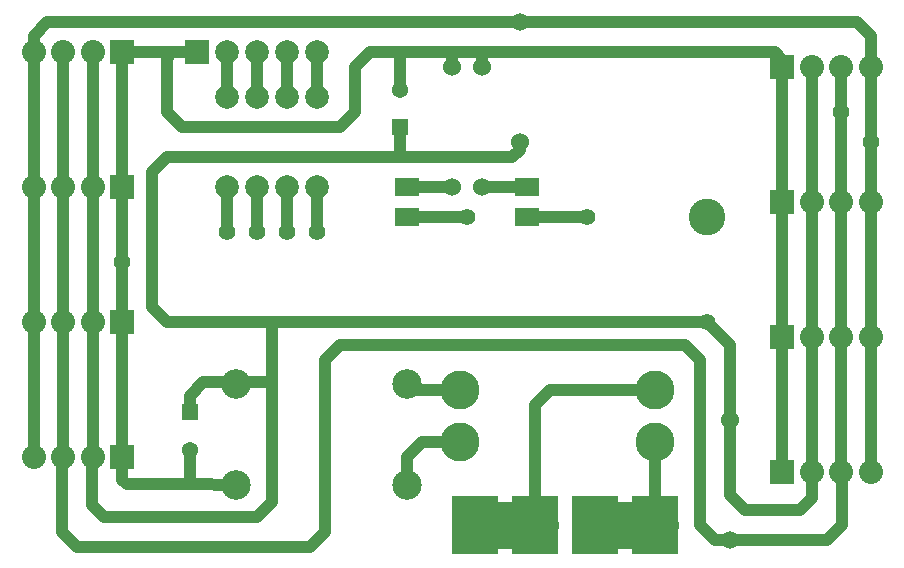
<source format=gbr>
G04 EasyPC Gerber Version 20.0.2 Build 4112 *
G04 #@! TF.Part,Single*
G04 #@! TF.FileFunction,Copper,L2,Bot *
%FSLAX35Y35*%
%MOIN*%
G04 #@! TA.AperFunction,SMDPad*
%ADD113R,0.15748X0.19685*%
G04 #@! TA.AperFunction,ComponentPad*
%ADD102R,0.05400X0.05400*%
%ADD108R,0.07874X0.07874*%
%ADD105R,0.08000X0.08000*%
G04 #@! TD.AperFunction*
%ADD112C,0.03937*%
G04 #@! TA.AperFunction,ComponentPad*
%ADD103C,0.05400*%
G04 #@! TA.AperFunction,ViaPad*
%ADD111C,0.05591*%
G04 #@! TD.AperFunction*
%ADD22C,0.06000*%
G04 #@! TA.AperFunction,ComponentPad*
%ADD107C,0.07874*%
%ADD106C,0.08000*%
%ADD101C,0.09843*%
G04 #@! TA.AperFunction,WasherPad*
%ADD100C,0.12205*%
G04 #@! TA.AperFunction,ComponentPad*
%ADD110C,0.12992*%
G04 #@! TD.AperFunction*
%ADD115C,0.15748*%
G04 #@! TA.AperFunction,SMDPad*
%ADD114R,0.08000X0.06000*%
X0Y0D02*
D02*
D22*
X150256Y127750D03*
Y167750D03*
X160256Y127750D03*
Y167750D03*
X172756Y142750D03*
Y182750D03*
X242756Y10250D03*
Y50250D03*
D02*
D100*
X235256Y117750D03*
D02*
D101*
X78169Y28695D03*
Y62159D03*
X135256Y28695D03*
Y62159D03*
D02*
D102*
X62756Y52750D03*
X132756Y147750D03*
D02*
D103*
X62756Y40250D03*
X132756Y160250D03*
D02*
D105*
X40256Y37750D03*
Y82750D03*
Y127750D03*
Y172750D03*
X260256Y32750D03*
Y77750D03*
Y122750D03*
Y167750D03*
D02*
D106*
X10728Y37750D03*
Y82750D03*
Y127750D03*
Y172750D03*
X20571Y37750D03*
Y82750D03*
Y127750D03*
Y172750D03*
X30413Y37750D03*
Y82750D03*
Y127750D03*
Y172750D03*
X270098Y32750D03*
Y77750D03*
Y122750D03*
Y167750D03*
X279941Y32750D03*
Y77750D03*
Y122750D03*
Y167750D03*
X289783Y32750D03*
Y77750D03*
Y122750D03*
Y167750D03*
D02*
D107*
X75222Y127750D03*
Y157750D03*
X75256Y172750D03*
X85222Y127750D03*
Y157750D03*
X85256Y172750D03*
X95222Y127750D03*
Y157750D03*
X95256Y172750D03*
X105222Y127750D03*
Y157750D03*
X105256Y172750D03*
D02*
D108*
X65256D03*
D02*
D110*
X152717Y60250D03*
X152756Y42750D03*
X217756Y60250D03*
X217795Y42750D03*
D02*
D111*
X40256Y102750D03*
X75256Y112750D03*
X85256D03*
X95256D03*
X105256D03*
X155256Y117750D03*
X195256D03*
X235256Y82750D03*
X280006Y153000D03*
X289756Y142750D03*
D02*
D112*
X10728Y82750D02*
Y37750D01*
Y127750D02*
Y82750D01*
Y172750D02*
Y178222D01*
X15256Y182750*
X285256*
X289783Y178222*
Y167750*
X10728Y172750D02*
Y127750D01*
X20571Y37750D02*
X20256D01*
Y12750*
X25256Y7750*
X102756*
X107756Y12750*
Y70250*
X112756Y75250*
X227756*
X232756Y70250*
Y15250*
X237756Y10250*
X242756*
X20571Y82750D02*
Y37750D01*
Y127750D02*
Y82750D01*
Y172750D02*
Y127750D01*
X30413Y37750D02*
X30256D01*
Y21866*
X34372Y17750*
X85256*
X90256Y22750*
Y57750*
X30413Y82750D02*
Y37750D01*
Y127750D02*
Y82750D01*
Y172750D02*
Y127750D01*
X40256Y37750D02*
Y30250D01*
X41756Y28750*
X62756*
X40256Y82750D02*
Y37750D01*
Y102750D02*
Y82750D01*
Y127750D02*
Y102750D01*
Y172750D02*
X55256D01*
X40256D02*
Y127750D01*
X55256Y172750D02*
X57024D01*
X55256Y170982*
Y152750*
X60256Y147750*
X112756*
X117756Y152750*
Y167750*
X122756Y172750*
X132756*
X55256D02*
X65256D01*
X62756Y28750D02*
X78169Y28695D01*
X62756Y28750D02*
Y40250D01*
X75222Y127750D02*
X75256Y112750D01*
Y172750D02*
X75222Y157750D01*
X78169Y62159D02*
Y62750D01*
X67165*
X62756Y58341*
Y52750*
X85222Y127750D02*
X85256Y112750D01*
Y62750D02*
X90256D01*
X85256D02*
X78169D01*
Y62159*
X85256Y172750D02*
X85222Y157750D01*
X90256Y57750D02*
Y62750D01*
Y82750*
X70256*
X95222Y127750D02*
X95256Y112750D01*
Y82750D02*
X90256D01*
X95256D02*
X235256D01*
X95256Y172750D02*
X95222Y157750D01*
X105222Y127750D02*
X105256Y112750D01*
Y172750D02*
X105222Y157750D01*
X132756Y137750D02*
X55256D01*
X50256Y132750*
Y87750*
X55256Y82750*
X78169*
X132756Y147750D02*
Y137750D01*
Y160250D02*
Y172750D01*
X150256*
X135256Y28695D02*
Y37750D01*
X140256Y42750*
X152756*
X135256Y62159D02*
Y60250D01*
X152717*
X135256Y117750D02*
X155256D01*
X135256Y127750D02*
X150256D01*
Y167750D02*
Y172750D01*
X162756*
X160256Y127750D02*
X175256D01*
X160256Y167750D02*
Y172750D01*
X162756*
X257756*
X260256Y170250*
Y167750*
X172756Y142750D02*
Y140250D01*
X170256Y137750*
X132756*
X175256Y117750D02*
X195256D01*
X217756Y60250D02*
X182756D01*
X177756Y55250*
Y15250*
X217795Y42750D02*
X217756Y15250D01*
X235256Y82750D02*
X242756Y75250D01*
Y50250*
Y10250D02*
X275256D01*
X280256Y15250*
Y32750*
X279941*
X260256Y77750D02*
Y32750D01*
Y122750D02*
Y77750D01*
Y167750D02*
Y122750D01*
X270098Y32750D02*
X270256D01*
Y24366*
X266140Y20250*
X247756*
X242756Y25250*
Y50250*
X270098Y77750D02*
Y32750D01*
Y122750D02*
Y77750D01*
Y167750D02*
Y122750D01*
X279941Y77750D02*
Y32750D01*
Y122750D02*
Y77750D01*
Y167750D02*
X280006Y153000D01*
X279941Y122750*
X289756Y142750D02*
X289783Y122750D01*
Y77750D02*
Y32750D01*
Y122750D02*
Y77750D01*
Y167750D02*
X289756Y142750D01*
D02*
D113*
X157756Y15250D03*
X177756D03*
X197756D03*
X217756D03*
D02*
D114*
X135256Y117750D03*
Y127750D03*
X175256Y117750D03*
Y127750D03*
D02*
D115*
X157756Y15250D02*
X177756D01*
X197756D02*
X217756D01*
X0Y0D02*
M02*

</source>
